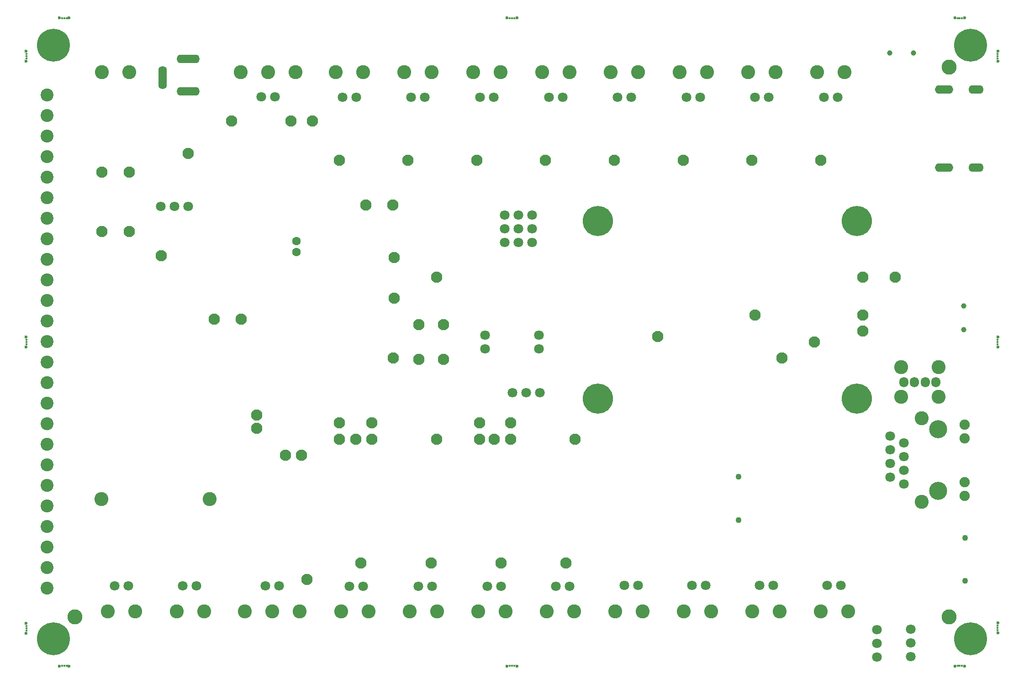
<source format=gbs>
G04*
G04 #@! TF.GenerationSoftware,Altium Limited,Altium Designer,22.1.2 (22)*
G04*
G04 Layer_Color=16711935*
%FSLAX44Y44*%
%MOMM*%
G71*
G04*
G04 #@! TF.SameCoordinates,29E8C143-3DC4-495F-BF5F-5F13AAE0725B*
G04*
G04*
G04 #@! TF.FilePolarity,Negative*
G04*
G01*
G75*
%ADD93C,2.8000*%
%ADD116C,1.1000*%
%ADD117C,2.4000*%
%ADD118C,2.1000*%
%ADD119C,0.6000*%
%ADD120C,0.4000*%
%ADD121C,1.8000*%
%ADD122C,2.6000*%
%ADD123C,1.9000*%
%ADD124C,3.3500*%
%ADD125O,3.4000X1.6000*%
%ADD126O,2.8000X1.6000*%
%ADD127C,1.6000*%
%ADD128O,4.3000X1.6000*%
%ADD129O,1.6000X4.3000*%
%ADD130O,1.7000X1.9000*%
%ADD131C,1.0000*%
%ADD132C,5.6000*%
%ADD133C,6.1000*%
D93*
X1710000Y1110000D02*
D03*
X90000Y90000D02*
D03*
X1710000D02*
D03*
D116*
X1740000Y157000D02*
D03*
Y237000D02*
D03*
X1320000Y270000D02*
D03*
Y350000D02*
D03*
D117*
X38000Y144000D02*
D03*
Y182100D02*
D03*
Y220200D02*
D03*
Y258300D02*
D03*
Y296400D02*
D03*
Y905600D02*
D03*
Y943700D02*
D03*
Y981800D02*
D03*
Y1019900D02*
D03*
Y1058000D02*
D03*
Y715200D02*
D03*
Y753300D02*
D03*
Y791400D02*
D03*
Y829500D02*
D03*
Y867600D02*
D03*
Y334400D02*
D03*
Y372500D02*
D03*
Y410600D02*
D03*
Y448700D02*
D03*
Y486800D02*
D03*
Y524800D02*
D03*
Y562900D02*
D03*
Y601000D02*
D03*
Y639100D02*
D03*
Y677200D02*
D03*
D118*
X530000Y1010000D02*
D03*
X380000D02*
D03*
X840000Y450000D02*
D03*
X250000Y760000D02*
D03*
X680000Y570000D02*
D03*
X300000Y950000D02*
D03*
X610000Y420000D02*
D03*
X867000D02*
D03*
X760000D02*
D03*
X1017000D02*
D03*
X640000D02*
D03*
X897000D02*
D03*
X640000Y450000D02*
D03*
X897000D02*
D03*
X620000Y190000D02*
D03*
X750000D02*
D03*
X1000000D02*
D03*
X880000D02*
D03*
X520000Y160000D02*
D03*
X579590Y937020D02*
D03*
X707080D02*
D03*
X834570D02*
D03*
X962060D02*
D03*
X1089550D02*
D03*
X1217040D02*
D03*
X1344530D02*
D03*
X1472020D02*
D03*
X1170000Y610000D02*
D03*
X1460000Y600000D02*
D03*
X1550000Y650000D02*
D03*
Y620000D02*
D03*
X1610000Y720000D02*
D03*
X1550000D02*
D03*
X760000D02*
D03*
X1400000Y570000D02*
D03*
X1350000Y650000D02*
D03*
X510000Y390000D02*
D03*
X480000D02*
D03*
X490000Y1010000D02*
D03*
X580000Y450000D02*
D03*
X840000Y420000D02*
D03*
X580000D02*
D03*
X681506Y681001D02*
D03*
Y757001D02*
D03*
X727500Y632500D02*
D03*
Y567500D02*
D03*
X772500D02*
D03*
Y632500D02*
D03*
X140000Y805000D02*
D03*
X190000D02*
D03*
X427000Y464250D02*
D03*
Y439750D02*
D03*
X398000Y642000D02*
D03*
X348000D02*
D03*
X679000Y854000D02*
D03*
X629000D02*
D03*
X140000Y915000D02*
D03*
X190000D02*
D03*
D119*
X1739000Y1201000D02*
D03*
X1721000D02*
D03*
X61000Y-1000D02*
D03*
X79000D02*
D03*
X891000D02*
D03*
X909000D02*
D03*
X1721000D02*
D03*
X1739000D02*
D03*
X-1000Y78000D02*
D03*
Y60000D02*
D03*
Y609000D02*
D03*
Y591000D02*
D03*
Y1139000D02*
D03*
Y1121000D02*
D03*
X1801000Y61000D02*
D03*
Y79000D02*
D03*
Y591000D02*
D03*
Y609000D02*
D03*
Y1121000D02*
D03*
Y1139000D02*
D03*
X79000Y1201000D02*
D03*
X61000D02*
D03*
X909000D02*
D03*
X891000D02*
D03*
D120*
X1734000Y1200000D02*
D03*
X1726000D02*
D03*
X1730000D02*
D03*
X66000Y0D02*
D03*
X74000D02*
D03*
X70000D02*
D03*
X896000D02*
D03*
X904000D02*
D03*
X900000D02*
D03*
X1726000D02*
D03*
X1734000D02*
D03*
X1730000D02*
D03*
X0Y73000D02*
D03*
Y65000D02*
D03*
Y69000D02*
D03*
Y604000D02*
D03*
Y596000D02*
D03*
Y600000D02*
D03*
Y1134000D02*
D03*
Y1126000D02*
D03*
Y1130000D02*
D03*
X1800000Y66000D02*
D03*
Y74000D02*
D03*
Y70000D02*
D03*
Y596000D02*
D03*
Y604000D02*
D03*
Y600000D02*
D03*
Y1126000D02*
D03*
Y1134000D02*
D03*
Y1130000D02*
D03*
X74000Y1200000D02*
D03*
X66000D02*
D03*
X70000D02*
D03*
X904000D02*
D03*
X896000D02*
D03*
X900000D02*
D03*
D121*
X467700Y148000D02*
D03*
X442300D02*
D03*
X314700D02*
D03*
X289300D02*
D03*
X1509798Y148771D02*
D03*
X1484398D02*
D03*
X950000Y612700D02*
D03*
Y587300D02*
D03*
X1601100Y349050D02*
D03*
X1626500Y336350D02*
D03*
X1601100Y399850D02*
D03*
Y374450D02*
D03*
Y425250D02*
D03*
X1626500Y412550D02*
D03*
Y387150D02*
D03*
Y361750D02*
D03*
X937400Y835400D02*
D03*
X886600D02*
D03*
X912000D02*
D03*
X188700Y148000D02*
D03*
X163300D02*
D03*
X611120Y1054000D02*
D03*
X585720D02*
D03*
X738610D02*
D03*
X713210D02*
D03*
X866100D02*
D03*
X840700D02*
D03*
X993590D02*
D03*
X968190D02*
D03*
X1121080D02*
D03*
X1095680D02*
D03*
X1248570D02*
D03*
X1223170D02*
D03*
X1376060D02*
D03*
X1350660D02*
D03*
X1503550D02*
D03*
X1478150D02*
D03*
X299400Y851000D02*
D03*
X248600D02*
D03*
X274000D02*
D03*
X623598Y147271D02*
D03*
X598198D02*
D03*
X751498Y147271D02*
D03*
X726098D02*
D03*
X1006598Y147271D02*
D03*
X981198D02*
D03*
X879598D02*
D03*
X854198D02*
D03*
X1133598Y148771D02*
D03*
X1108198D02*
D03*
X1258998D02*
D03*
X1233598D02*
D03*
X1384398D02*
D03*
X1358998D02*
D03*
X850000Y587300D02*
D03*
Y612700D02*
D03*
X460700Y1055000D02*
D03*
X435300D02*
D03*
X1576000Y41500D02*
D03*
Y16100D02*
D03*
Y66900D02*
D03*
X1639000Y16600D02*
D03*
Y67400D02*
D03*
Y42000D02*
D03*
X926000Y506000D02*
D03*
X900600D02*
D03*
X951400D02*
D03*
X937400Y810000D02*
D03*
X886600D02*
D03*
X912000D02*
D03*
X937400Y784600D02*
D03*
X886600D02*
D03*
X912000D02*
D03*
D122*
X1659500Y458300D02*
D03*
Y303400D02*
D03*
X1621000Y498000D02*
D03*
X1691000D02*
D03*
Y553000D02*
D03*
X1621000D02*
D03*
X339000Y309000D02*
D03*
X139000D02*
D03*
X498600Y1099950D02*
D03*
X447800D02*
D03*
X397000D02*
D03*
X329000Y100000D02*
D03*
X278200D02*
D03*
X404610D02*
D03*
X455410D02*
D03*
X506210D02*
D03*
X139200Y1100000D02*
D03*
X190000D02*
D03*
X573020Y1099950D02*
D03*
X623820D02*
D03*
X700510D02*
D03*
X751310D02*
D03*
X828000D02*
D03*
X878800D02*
D03*
X955490D02*
D03*
X1006290D02*
D03*
X1082980D02*
D03*
X1133780D02*
D03*
X1210470D02*
D03*
X1261270D02*
D03*
X1337960D02*
D03*
X1388760D02*
D03*
X1465450D02*
D03*
X1516250D02*
D03*
X633900Y100000D02*
D03*
X583100D02*
D03*
X760920D02*
D03*
X710120D02*
D03*
X887940D02*
D03*
X837140D02*
D03*
X1014960D02*
D03*
X964160D02*
D03*
X1396020D02*
D03*
X1345220D02*
D03*
X1269000D02*
D03*
X1218200D02*
D03*
X1523040D02*
D03*
X1472240D02*
D03*
X1141980D02*
D03*
X1091180D02*
D03*
X201000D02*
D03*
X150200D02*
D03*
D123*
X1739000Y421700D02*
D03*
Y340000D02*
D03*
Y314600D02*
D03*
Y447100D02*
D03*
D124*
X1690000Y323700D02*
D03*
Y438000D02*
D03*
D125*
X1700600Y1068500D02*
D03*
Y923500D02*
D03*
D126*
X1760100Y1068500D02*
D03*
Y923500D02*
D03*
D127*
X500000Y787000D02*
D03*
Y767000D02*
D03*
D128*
X300000Y1065000D02*
D03*
Y1125000D02*
D03*
D129*
X252000Y1090000D02*
D03*
D130*
X1686000Y525500D02*
D03*
X1666000D02*
D03*
X1646000D02*
D03*
X1626000D02*
D03*
D131*
X1600000Y1136000D02*
D03*
X1644000D02*
D03*
X1737000Y623000D02*
D03*
Y667000D02*
D03*
D132*
X1059000Y824600D02*
D03*
X1539000D02*
D03*
Y494600D02*
D03*
X1059000D02*
D03*
D133*
X50000Y50000D02*
D03*
X50000Y1150000D02*
D03*
X1750000Y50000D02*
D03*
Y1150000D02*
D03*
M02*

</source>
